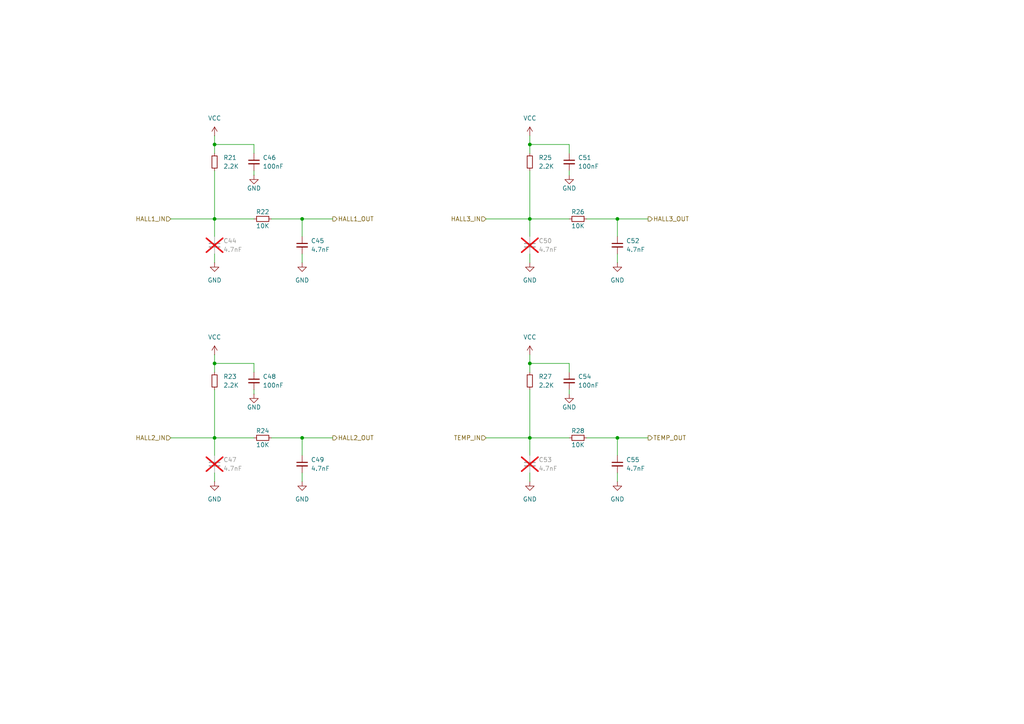
<source format=kicad_sch>
(kicad_sch (version 20231120) (generator "eeschema") (generator_version "8.0")
  (paper "A4")
  (lib_symbols
    (symbol "Device:C_Small" (pin_numbers hide) (pin_names (offset 0.254) hide)
      (property "Reference" "C" (at 0.254 1.778 0))
      (property "Value" "C_Small" (at 0.254 -2.032 0))
      (symbol "C_Small_0_1"
        (polyline (pts (xy -1.524 -0.508) (xy 1.524 -0.508)) (stroke (width 0.3302)))
        (polyline (pts (xy -1.524 0.508) (xy 1.524 0.508)) (stroke (width 0.3048)))
      )
      (symbol "C_Small_1_1"
        (pin passive line (at 0 2.54 270) (length 2.032) (name "~") (number "1"))
        (pin passive line (at 0 -2.54 90) (length 2.032) (name "~") (number "2"))
      )
    )
    (symbol "Device:R_Small" (pin_numbers hide) (pin_names (offset 0.254) hide)
      (property "Reference" "R" (at 0.762 0.508 0))
      (property "Value" "R_Small" (at 0.762 -1.016 0))
      (symbol "R_Small_0_1"
        (rectangle (start -0.762 1.778) (end 0.762 -1.778) (stroke (width 0.2032)))
      )
      (symbol "R_Small_1_1"
        (pin passive line (at 0 2.54 270) (length 0.762) (name "~") (number "1"))
        (pin passive line (at 0 -2.54 90) (length 0.762) (name "~") (number "2"))
      )
    )
    (symbol "power:GND" (power) (pin_numbers hide) (pin_names (offset 0) hide)
      (property "Value" "GND" (at 0 -3.81 0))
      (symbol "GND_0_1"
        (polyline (pts (xy 0 0) (xy 0 -1.27) (xy 1.27 -1.27) (xy 0 -2.54) (xy -1.27 -1.27) (xy 0 -1.27)))
      )
      (symbol "GND_1_1"
        (pin power_in line (at 0 0 270) (length 0) (name "~") (number "1"))
      )
    )
    (symbol "power:VCC" (power) (pin_numbers hide) (pin_names (offset 0) hide)
      (property "Value" "VCC" (at 0 3.556 0))
      (symbol "VCC_0_1"
        (polyline (pts (xy -0.762 1.27) (xy 0 2.54)))
        (polyline (pts (xy 0 0) (xy 0 2.54)))
        (polyline (pts (xy 0 2.54) (xy 0.762 1.27)))
      )
      (symbol "VCC_1_1"
        (pin power_in line (at 0 0 90) (length 0) (name "~") (number "1"))
      )
    )
  )
  (junction (at 62.23 63.5))
  (junction (at 179.07 127))
  (junction (at 62.23 105.41))
  (junction (at 153.67 41.91))
  (junction (at 153.67 105.41))
  (junction (at 62.23 127))
  (junction (at 87.63 63.5))
  (junction (at 62.23 41.91))
  (junction (at 179.07 63.5))
  (junction (at 153.67 127))
  (junction (at 153.67 63.5))
  (junction (at 87.63 127))
  (wire (pts (xy 73.66 107.95) (xy 73.66 105.41)))
  (wire (pts (xy 87.63 127) (xy 96.52 127)))
  (wire (pts (xy 170.18 63.5) (xy 179.07 63.5)))
  (wire (pts (xy 179.07 63.5) (xy 187.96 63.5)))
  (wire (pts (xy 165.1 49.53) (xy 165.1 50.8)))
  (wire (pts (xy 179.07 127) (xy 187.96 127)))
  (wire (pts (xy 153.67 113.03) (xy 153.67 127)))
  (wire (pts (xy 73.66 105.41) (xy 62.23 105.41)))
  (wire (pts (xy 73.66 44.45) (xy 73.66 41.91)))
  (wire (pts (xy 62.23 105.41) (xy 62.23 107.95)))
  (wire (pts (xy 62.23 63.5) (xy 62.23 68.58)))
  (wire (pts (xy 62.23 49.53) (xy 62.23 63.5)))
  (wire (pts (xy 153.67 41.91) (xy 153.67 44.45)))
  (wire (pts (xy 140.97 127) (xy 153.67 127)))
  (wire (pts (xy 62.23 41.91) (xy 62.23 44.45)))
  (wire (pts (xy 87.63 127) (xy 87.63 132.08)))
  (wire (pts (xy 87.63 63.5) (xy 87.63 68.58)))
  (wire (pts (xy 179.07 73.66) (xy 179.07 76.2)))
  (wire (pts (xy 153.67 73.66) (xy 153.67 76.2)))
  (wire (pts (xy 73.66 113.03) (xy 73.66 114.3)))
  (wire (pts (xy 165.1 107.95) (xy 165.1 105.41)))
  (wire (pts (xy 62.23 73.66) (xy 62.23 76.2)))
  (wire (pts (xy 140.97 63.5) (xy 153.67 63.5)))
  (wire (pts (xy 165.1 113.03) (xy 165.1 114.3)))
  (wire (pts (xy 179.07 127) (xy 179.07 132.08)))
  (wire (pts (xy 153.67 63.5) (xy 165.1 63.5)))
  (wire (pts (xy 170.18 127) (xy 179.07 127)))
  (wire (pts (xy 87.63 137.16) (xy 87.63 139.7)))
  (wire (pts (xy 165.1 41.91) (xy 153.67 41.91)))
  (wire (pts (xy 179.07 63.5) (xy 179.07 68.58)))
  (wire (pts (xy 73.66 49.53) (xy 73.66 50.8)))
  (wire (pts (xy 62.23 102.87) (xy 62.23 105.41)))
  (wire (pts (xy 62.23 113.03) (xy 62.23 127)))
  (wire (pts (xy 78.74 63.5) (xy 87.63 63.5)))
  (wire (pts (xy 153.67 105.41) (xy 153.67 107.95)))
  (wire (pts (xy 62.23 127) (xy 73.66 127)))
  (wire (pts (xy 87.63 63.5) (xy 96.52 63.5)))
  (wire (pts (xy 62.23 63.5) (xy 73.66 63.5)))
  (wire (pts (xy 153.67 127) (xy 153.67 132.08)))
  (wire (pts (xy 62.23 137.16) (xy 62.23 139.7)))
  (wire (pts (xy 153.67 137.16) (xy 153.67 139.7)))
  (wire (pts (xy 153.67 39.37) (xy 153.67 41.91)))
  (wire (pts (xy 153.67 127) (xy 165.1 127)))
  (wire (pts (xy 49.53 127) (xy 62.23 127)))
  (wire (pts (xy 62.23 39.37) (xy 62.23 41.91)))
  (wire (pts (xy 165.1 44.45) (xy 165.1 41.91)))
  (wire (pts (xy 153.67 102.87) (xy 153.67 105.41)))
  (wire (pts (xy 179.07 137.16) (xy 179.07 139.7)))
  (wire (pts (xy 78.74 127) (xy 87.63 127)))
  (wire (pts (xy 73.66 41.91) (xy 62.23 41.91)))
  (wire (pts (xy 153.67 63.5) (xy 153.67 68.58)))
  (wire (pts (xy 62.23 127) (xy 62.23 132.08)))
  (wire (pts (xy 153.67 49.53) (xy 153.67 63.5)))
  (wire (pts (xy 165.1 105.41) (xy 153.67 105.41)))
  (wire (pts (xy 49.53 63.5) (xy 62.23 63.5)))
  (wire (pts (xy 87.63 73.66) (xy 87.63 76.2)))
  (hierarchical_label "HALL2_OUT" (shape output) (at 96.52 127 0))
  (hierarchical_label "TEMP_OUT" (shape output) (at 187.96 127 0))
  (hierarchical_label "HALL3_OUT" (shape output) (at 187.96 63.5 0))
  (hierarchical_label "HALL2_IN" (shape input) (at 49.53 127 180))
  (hierarchical_label "TEMP_IN" (shape input) (at 140.97 127 180))
  (hierarchical_label "HALL1_OUT" (shape output) (at 96.52 63.5 0))
  (hierarchical_label "HALL1_IN" (shape input) (at 49.53 63.5 180))
  (hierarchical_label "HALL3_IN" (shape input) (at 140.97 63.5 180))
  (symbol (lib_id "Device:C_Small") (at 153.67 71.12 0) (unit 1) (dnp yes)
    (property "Reference" "C50" (at 156.21 69.8562 0) (effects (justify left)))
    (property "Value" "4.7nF" (at 156.21 72.3962 0) (effects (justify left)))
    (property "Footprint" "Capacitor_SMD:C_0603_1608Metric" (effects (hide yes)))
    (property "Description" "Unpolarized capacitor, small symbol" (effects (hide yes)))
  )
  (symbol (lib_id "Device:C_Small") (at 179.07 71.12 0) (unit 1)
    (property "Reference" "C52" (at 181.61 69.8562 0) (effects (justify left)))
    (property "Value" "4.7nF" (at 181.61 72.3962 0) (effects (justify left)))
    (property "Footprint" "Capacitor_SMD:C_0603_1608Metric" (effects (hide yes)))
    (property "Description" "Unpolarized capacitor, small symbol" (effects (hide yes)))
  )
  (symbol (lib_id "power:GND") (at 87.63 139.7 0) (unit 1)
    (property "Reference" "#PWR055" (effects (hide yes)))
    (property "Value" "GND" (at 87.63 144.78 0))
    (property "Description" "Power symbol creates a global label with name \"GND\" , ground" (effects (hide yes)))
  )
  (symbol (lib_id "Device:R_Small") (at 167.64 63.5 90) (unit 1)
    (property "Reference" "R26" (at 167.64 61.468 90))
    (property "Value" "10K" (at 167.64 65.532 90))
    (property "Footprint" "Resistor_SMD:R_0603_1608Metric" (effects (hide yes)))
    (property "Description" "Resistor, small symbol" (effects (hide yes)))
  )
  (symbol (lib_id "power:VCC") (at 153.67 102.87 0) (unit 1)
    (property "Reference" "#PWR060" (effects (hide yes)))
    (property "Value" "VCC" (at 153.67 97.79 0))
    (property "Description" "Power symbol creates a global label with name \"VCC\"" (effects (hide yes)))
  )
  (symbol (lib_id "Device:R_Small") (at 167.64 127 90) (unit 1)
    (property "Reference" "R28" (at 167.64 124.968 90))
    (property "Value" "10K" (at 167.64 129.032 90))
    (property "Footprint" "Resistor_SMD:R_0603_1608Metric" (effects (hide yes)))
    (property "Description" "Resistor, small symbol" (effects (hide yes)))
  )
  (symbol (lib_id "Device:C_Small") (at 62.23 71.12 0) (unit 1) (dnp yes)
    (property "Reference" "C44" (at 64.77 69.8562 0) (effects (justify left)))
    (property "Value" "4.7nF" (at 64.77 72.3962 0) (effects (justify left)))
    (property "Footprint" "Capacitor_SMD:C_0603_1608Metric" (effects (hide yes)))
    (property "Description" "Unpolarized capacitor, small symbol" (effects (hide yes)))
  )
  (symbol (lib_id "Device:C_Small") (at 165.1 46.99 0) (unit 1)
    (property "Reference" "C51" (at 167.64 45.7262 0) (effects (justify left)))
    (property "Value" "100nF" (at 167.64 48.2662 0) (effects (justify left)))
    (property "Footprint" "Capacitor_SMD:C_0603_1608Metric" (effects (hide yes)))
    (property "Description" "Unpolarized capacitor, small symbol" (effects (hide yes)))
  )
  (symbol (lib_id "power:VCC") (at 62.23 102.87 0) (unit 1)
    (property "Reference" "#PWR052" (effects (hide yes)))
    (property "Value" "VCC" (at 62.23 97.79 0))
    (property "Description" "Power symbol creates a global label with name \"VCC\"" (effects (hide yes)))
  )
  (symbol (lib_id "power:GND") (at 87.63 76.2 0) (unit 1)
    (property "Reference" "#PWR050" (effects (hide yes)))
    (property "Value" "GND" (at 87.63 81.28 0))
    (property "Description" "Power symbol creates a global label with name \"GND\" , ground" (effects (hide yes)))
  )
  (symbol (lib_id "Device:R_Small") (at 76.2 63.5 90) (unit 1)
    (property "Reference" "R22" (at 76.2 61.468 90))
    (property "Value" "10K" (at 76.2 65.532 90))
    (property "Footprint" "Resistor_SMD:R_0603_1608Metric" (effects (hide yes)))
    (property "Description" "Resistor, small symbol" (effects (hide yes)))
  )
  (symbol (lib_id "power:GND") (at 179.07 76.2 0) (unit 1)
    (property "Reference" "#PWR059" (effects (hide yes)))
    (property "Value" "GND" (at 179.07 81.28 0))
    (property "Description" "Power symbol creates a global label with name \"GND\" , ground" (effects (hide yes)))
  )
  (symbol (lib_id "power:GND") (at 179.07 139.7 0) (unit 1)
    (property "Reference" "#PWR063" (effects (hide yes)))
    (property "Value" "GND" (at 179.07 144.78 0))
    (property "Description" "Power symbol creates a global label with name \"GND\" , ground" (effects (hide yes)))
  )
  (symbol (lib_id "power:GND") (at 165.1 50.8 0) (unit 1)
    (property "Reference" "#PWR058" (effects (hide yes)))
    (property "Value" "GND" (at 165.1 54.61 0))
    (property "Description" "Power symbol creates a global label with name \"GND\" , ground" (effects (hide yes)))
  )
  (symbol (lib_id "power:GND") (at 62.23 139.7 0) (unit 1)
    (property "Reference" "#PWR053" (effects (hide yes)))
    (property "Value" "GND" (at 62.23 144.78 0))
    (property "Description" "Power symbol creates a global label with name \"GND\" , ground" (effects (hide yes)))
  )
  (symbol (lib_id "power:VCC") (at 153.67 39.37 0) (unit 1)
    (property "Reference" "#PWR056" (effects (hide yes)))
    (property "Value" "VCC" (at 153.67 34.29 0))
    (property "Description" "Power symbol creates a global label with name \"VCC\"" (effects (hide yes)))
  )
  (symbol (lib_id "Device:C_Small") (at 62.23 134.62 0) (unit 1) (dnp yes)
    (property "Reference" "C47" (at 64.77 133.3562 0) (effects (justify left)))
    (property "Value" "4.7nF" (at 64.77 135.8962 0) (effects (justify left)))
    (property "Footprint" "Capacitor_SMD:C_0603_1608Metric" (effects (hide yes)))
    (property "Description" "Unpolarized capacitor, small symbol" (effects (hide yes)))
  )
  (symbol (lib_id "power:GND") (at 165.1 114.3 0) (unit 1)
    (property "Reference" "#PWR062" (effects (hide yes)))
    (property "Value" "GND" (at 165.1 118.11 0))
    (property "Description" "Power symbol creates a global label with name \"GND\" , ground" (effects (hide yes)))
  )
  (symbol (lib_id "Device:C_Small") (at 179.07 134.62 0) (unit 1)
    (property "Reference" "C55" (at 181.61 133.3562 0) (effects (justify left)))
    (property "Value" "4.7nF" (at 181.61 135.8962 0) (effects (justify left)))
    (property "Footprint" "Capacitor_SMD:C_0603_1608Metric" (effects (hide yes)))
    (property "Description" "Unpolarized capacitor, small symbol" (effects (hide yes)))
  )
  (symbol (lib_id "Device:R_Small") (at 153.67 46.99 0) (unit 1)
    (property "Reference" "R25" (at 156.21 45.7199 0) (effects (justify left)))
    (property "Value" "2.2K" (at 156.21 48.2599 0) (effects (justify left)))
    (property "Footprint" "Resistor_SMD:R_0603_1608Metric" (effects (hide yes)))
    (property "Description" "Resistor, small symbol" (effects (hide yes)))
  )
  (symbol (lib_id "power:GND") (at 62.23 76.2 0) (unit 1)
    (property "Reference" "#PWR049" (effects (hide yes)))
    (property "Value" "GND" (at 62.23 81.28 0))
    (property "Description" "Power symbol creates a global label with name \"GND\" , ground" (effects (hide yes)))
  )
  (symbol (lib_id "Device:C_Small") (at 87.63 134.62 0) (unit 1)
    (property "Reference" "C49" (at 90.17 133.3562 0) (effects (justify left)))
    (property "Value" "4.7nF" (at 90.17 135.8962 0) (effects (justify left)))
    (property "Footprint" "Capacitor_SMD:C_0603_1608Metric" (effects (hide yes)))
    (property "Description" "Unpolarized capacitor, small symbol" (effects (hide yes)))
  )
  (symbol (lib_id "Device:C_Small") (at 73.66 46.99 0) (unit 1)
    (property "Reference" "C46" (at 76.2 45.7262 0) (effects (justify left)))
    (property "Value" "100nF" (at 76.2 48.2662 0) (effects (justify left)))
    (property "Footprint" "Capacitor_SMD:C_0603_1608Metric" (effects (hide yes)))
    (property "Description" "Unpolarized capacitor, small symbol" (effects (hide yes)))
  )
  (symbol (lib_id "Device:C_Small") (at 165.1 110.49 0) (unit 1)
    (property "Reference" "C54" (at 167.64 109.2262 0) (effects (justify left)))
    (property "Value" "100nF" (at 167.64 111.7662 0) (effects (justify left)))
    (property "Footprint" "Capacitor_SMD:C_0603_1608Metric" (effects (hide yes)))
    (property "Description" "Unpolarized capacitor, small symbol" (effects (hide yes)))
  )
  (symbol (lib_id "Device:C_Small") (at 87.63 71.12 0) (unit 1)
    (property "Reference" "C45" (at 90.17 69.8562 0) (effects (justify left)))
    (property "Value" "4.7nF" (at 90.17 72.3962 0) (effects (justify left)))
    (property "Footprint" "Capacitor_SMD:C_0603_1608Metric" (effects (hide yes)))
    (property "Description" "Unpolarized capacitor, small symbol" (effects (hide yes)))
  )
  (symbol (lib_id "Device:C_Small") (at 73.66 110.49 0) (unit 1)
    (property "Reference" "C48" (at 76.2 109.2262 0) (effects (justify left)))
    (property "Value" "100nF" (at 76.2 111.7662 0) (effects (justify left)))
    (property "Footprint" "Capacitor_SMD:C_0603_1608Metric" (effects (hide yes)))
    (property "Description" "Unpolarized capacitor, small symbol" (effects (hide yes)))
  )
  (symbol (lib_id "power:GND") (at 153.67 139.7 0) (unit 1)
    (property "Reference" "#PWR061" (effects (hide yes)))
    (property "Value" "GND" (at 153.67 144.78 0))
    (property "Description" "Power symbol creates a global label with name \"GND\" , ground" (effects (hide yes)))
  )
  (symbol (lib_id "Device:R_Small") (at 76.2 127 90) (unit 1)
    (property "Reference" "R24" (at 76.2 124.968 90))
    (property "Value" "10K" (at 76.2 129.032 90))
    (property "Footprint" "Resistor_SMD:R_0603_1608Metric" (effects (hide yes)))
    (property "Description" "Resistor, small symbol" (effects (hide yes)))
  )
  (symbol (lib_id "Device:C_Small") (at 153.67 134.62 0) (unit 1) (dnp yes)
    (property "Reference" "C53" (at 156.21 133.3562 0) (effects (justify left)))
    (property "Value" "4.7nF" (at 156.21 135.8962 0) (effects (justify left)))
    (property "Footprint" "Capacitor_SMD:C_0603_1608Metric" (effects (hide yes)))
    (property "Description" "Unpolarized capacitor, small symbol" (effects (hide yes)))
  )
  (symbol (lib_id "Device:R_Small") (at 62.23 110.49 0) (unit 1)
    (property "Reference" "R23" (at 64.77 109.2199 0) (effects (justify left)))
    (property "Value" "2.2K" (at 64.77 111.7599 0) (effects (justify left)))
    (property "Footprint" "Resistor_SMD:R_0603_1608Metric" (effects (hide yes)))
    (property "Description" "Resistor, small symbol" (effects (hide yes)))
  )
  (symbol (lib_id "power:VCC") (at 62.23 39.37 0) (unit 1)
    (property "Reference" "#PWR048" (effects (hide yes)))
    (property "Value" "VCC" (at 62.23 34.29 0))
    (property "Description" "Power symbol creates a global label with name \"VCC\"" (effects (hide yes)))
  )
  (symbol (lib_id "power:GND") (at 153.67 76.2 0) (unit 1)
    (property "Reference" "#PWR057" (effects (hide yes)))
    (property "Value" "GND" (at 153.67 81.28 0))
    (property "Description" "Power symbol creates a global label with name \"GND\" , ground" (effects (hide yes)))
  )
  (symbol (lib_id "Device:R_Small") (at 153.67 110.49 0) (unit 1)
    (property "Reference" "R27" (at 156.21 109.2199 0) (effects (justify left)))
    (property "Value" "2.2K" (at 156.21 111.7599 0) (effects (justify left)))
    (property "Footprint" "Resistor_SMD:R_0603_1608Metric" (effects (hide yes)))
    (property "Description" "Resistor, small symbol" (effects (hide yes)))
  )
  (symbol (lib_id "Device:R_Small") (at 62.23 46.99 0) (unit 1)
    (property "Reference" "R21" (at 64.77 45.7199 0) (effects (justify left)))
    (property "Value" "2.2K" (at 64.77 48.2599 0) (effects (justify left)))
    (property "Footprint" "Resistor_SMD:R_0603_1608Metric" (effects (hide yes)))
    (property "Description" "Resistor, small symbol" (effects (hide yes)))
  )
  (symbol (lib_id "power:GND") (at 73.66 114.3 0) (unit 1)
    (property "Reference" "#PWR054" (effects (hide yes)))
    (property "Value" "GND" (at 73.66 118.11 0))
    (property "Description" "Power symbol creates a global label with name \"GND\" , ground" (effects (hide yes)))
  )
  (symbol (lib_id "power:GND") (at 73.66 50.8 0) (unit 1)
    (property "Reference" "#PWR051" (effects (hide yes)))
    (property "Value" "GND" (at 73.66 54.61 0))
    (property "Description" "Power symbol creates a global label with name \"GND\" , ground" (effects (hide yes)))
  )
)
</source>
